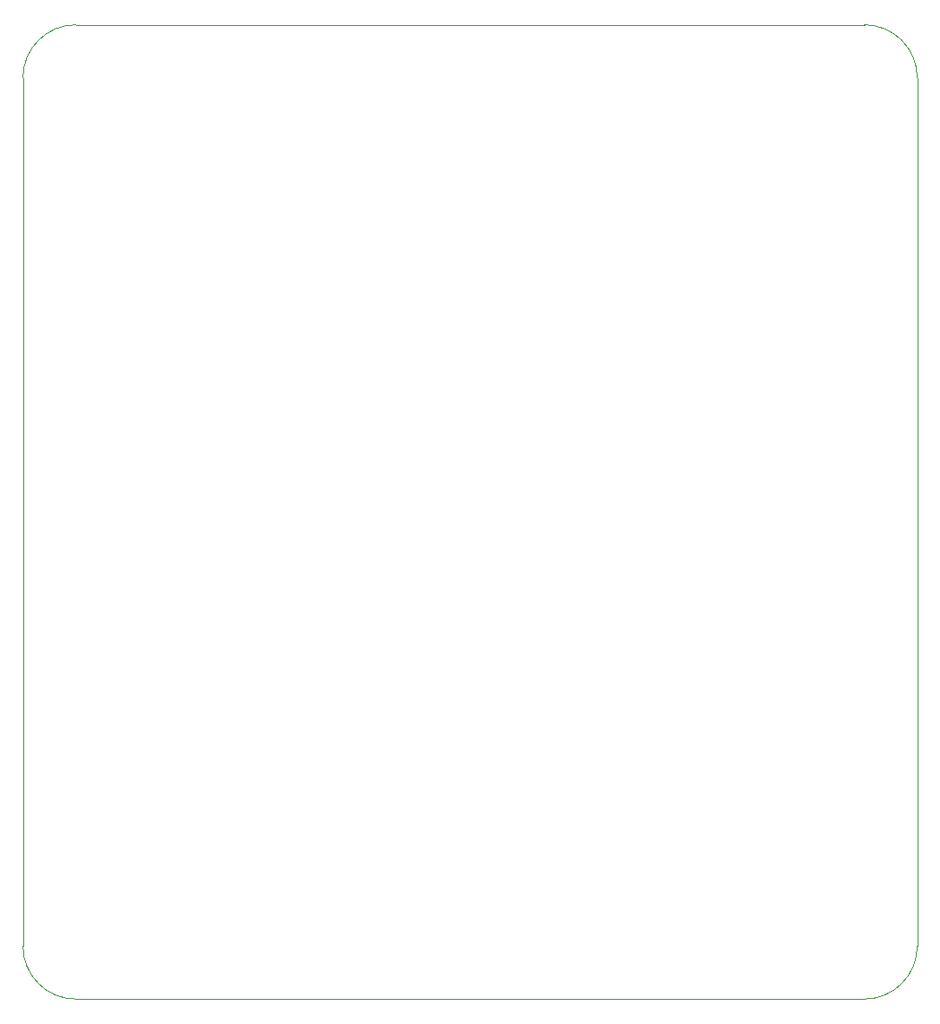
<source format=gbr>
G04 #@! TF.GenerationSoftware,KiCad,Pcbnew,8.0.4+1*
G04 #@! TF.CreationDate,2024-10-22T10:15:23+00:00*
G04 #@! TF.ProjectId,DriverDeskTft,44726976-6572-4446-9573-6b5466742e6b,0.0.1*
G04 #@! TF.SameCoordinates,Original*
G04 #@! TF.FileFunction,Profile,NP*
%FSLAX46Y46*%
G04 Gerber Fmt 4.6, Leading zero omitted, Abs format (unit mm)*
G04 Created by KiCad (PCBNEW 8.0.4+1) date 2024-10-22 10:15:23*
%MOMM*%
%LPD*%
G01*
G04 APERTURE LIST*
G04 #@! TA.AperFunction,Profile*
%ADD10C,0.100000*%
G04 #@! TD*
G04 APERTURE END LIST*
D10*
X137500000Y-53000000D02*
G75*
G02*
X142500000Y-58000000I0J-5000000D01*
G01*
X58000000Y-58000000D02*
X58000000Y-140000000D01*
X142500000Y-140000000D02*
G75*
G02*
X137500000Y-145000000I-5000000J0D01*
G01*
X63000000Y-145000000D02*
G75*
G02*
X58000000Y-140000000I0J5000000D01*
G01*
X142500000Y-140000000D02*
X142500000Y-58000000D01*
X137500000Y-53000000D02*
X63000000Y-53000000D01*
X58000000Y-58000000D02*
G75*
G02*
X63000000Y-53000000I5000000J0D01*
G01*
X63000000Y-145000000D02*
X137500000Y-145000000D01*
M02*

</source>
